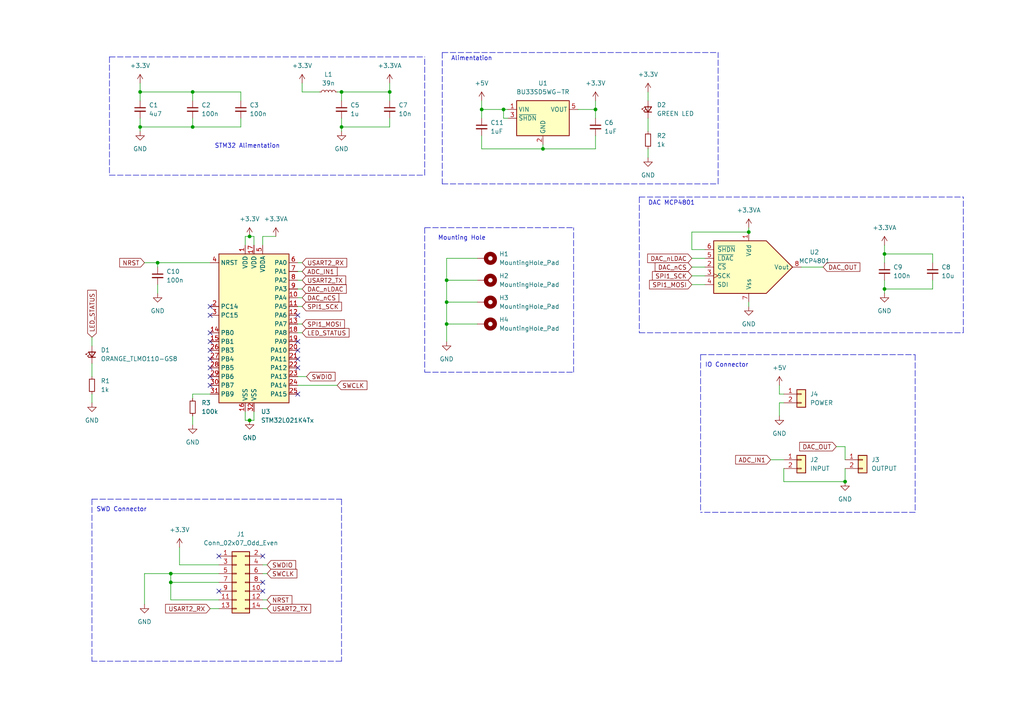
<source format=kicad_sch>
(kicad_sch (version 20211123) (generator eeschema)
  (paper "A4")
  (lib_symbols
    (symbol "Analog_DAC:MCP4801" (pin_names (offset 1.016))
      (property "Reference" "U" (at 1.27 10.795 0))
      (property "Value" "MCP4801" (at 1.27 8.89 0))
      (symbol "MCP4801_0_0"
        (polyline (pts (xy 12.7 0) (xy 5.08 7.62) (xy -10.16 7.62) (xy -10.16 -7.62) (xy 5.08 -7.62) (xy 12.7 0)) (stroke (width 0.254)) (fill (type background)))
      )
      (symbol "MCP4801_1_1"
        (pin power_in line (at 0 10.16 270) (length 2.54) (name "Vdd") (number "1"))
        (pin input line (at -12.7 0 0) (length 2.54) (name "~{CS}") (number "2"))
        (pin input clock (at -12.7 -2.54 0) (length 2.54) (name "SCK") (number "3"))
        (pin input line (at -12.7 -5.08 0) (length 2.54) (name "SDI") (number "4"))
        (pin input line (at -12.7 2.54 0) (length 2.54) (name "~{LDAC}") (number "5"))
        (pin input line (at -12.7 5.08 0) (length 2.54) (name "~{SHDN}") (number "6"))
        (pin power_in line (at 0 -10.16 90) (length 2.54) (name "Vss") (number "7"))
        (pin output line (at 15.24 0 180) (length 2.54) (name "Vout") (number "8"))
      )
    )
    (symbol "Connector_Generic:Conn_01x02" (pin_names (offset 1.016) hide)
      (property "Reference" "J" (at 0 2.54 0))
      (property "Value" "Conn_01x02" (at 0 -5.08 0))
      (symbol "Conn_01x02_1_1"
        (rectangle (start -1.27 -2.413) (end 0 -2.667) (stroke (width 0.1524)))
        (rectangle (start -1.27 0.127) (end 0 -0.127) (stroke (width 0.1524)))
        (rectangle (start -1.27 1.27) (end 1.27 -3.81) (stroke (width 0.254)) (fill (type background)))
        (pin passive line (at -5.08 0 0) (length 3.81) (name "Pin_1") (number "1"))
        (pin passive line (at -5.08 -2.54 0) (length 3.81) (name "Pin_2") (number "2"))
      )
    )
    (symbol "Connector_Generic:Conn_02x07_Odd_Even" (pin_names (offset 1.016) hide)
      (property "Reference" "J" (at 1.27 10.16 0))
      (property "Value" "Conn_02x07_Odd_Even" (at 1.27 -10.16 0))
      (symbol "Conn_02x07_Odd_Even_1_1"
        (rectangle (start -1.27 -7.493) (end 0 -7.747) (stroke (width 0.1524)))
        (rectangle (start -1.27 -4.953) (end 0 -5.207) (stroke (width 0.1524)))
        (rectangle (start -1.27 -2.413) (end 0 -2.667) (stroke (width 0.1524)))
        (rectangle (start -1.27 0.127) (end 0 -0.127) (stroke (width 0.1524)))
        (rectangle (start -1.27 2.667) (end 0 2.413) (stroke (width 0.1524)))
        (rectangle (start -1.27 5.207) (end 0 4.953) (stroke (width 0.1524)))
        (rectangle (start -1.27 7.747) (end 0 7.493) (stroke (width 0.1524)))
        (rectangle (start -1.27 8.89) (end 3.81 -8.89) (stroke (width 0.254)) (fill (type background)))
        (rectangle (start 3.81 -7.493) (end 2.54 -7.747) (stroke (width 0.1524)))
        (rectangle (start 3.81 -4.953) (end 2.54 -5.207) (stroke (width 0.1524)))
        (rectangle (start 3.81 -2.413) (end 2.54 -2.667) (stroke (width 0.1524)))
        (rectangle (start 3.81 0.127) (end 2.54 -0.127) (stroke (width 0.1524)))
        (rectangle (start 3.81 2.667) (end 2.54 2.413) (stroke (width 0.1524)))
        (rectangle (start 3.81 5.207) (end 2.54 4.953) (stroke (width 0.1524)))
        (rectangle (start 3.81 7.747) (end 2.54 7.493) (stroke (width 0.1524)))
        (pin passive line (at -5.08 7.62 0) (length 3.81) (name "Pin_1") (number "1"))
        (pin passive line (at 7.62 -2.54 180) (length 3.81) (name "Pin_10") (number "10"))
        (pin passive line (at -5.08 -5.08 0) (length 3.81) (name "Pin_11") (number "11"))
        (pin passive line (at 7.62 -5.08 180) (length 3.81) (name "Pin_12") (number "12"))
        (pin passive line (at -5.08 -7.62 0) (length 3.81) (name "Pin_13") (number "13"))
        (pin passive line (at 7.62 -7.62 180) (length 3.81) (name "Pin_14") (number "14"))
        (pin passive line (at 7.62 7.62 180) (length 3.81) (name "Pin_2") (number "2"))
        (pin passive line (at -5.08 5.08 0) (length 3.81) (name "Pin_3") (number "3"))
        (pin passive line (at 7.62 5.08 180) (length 3.81) (name "Pin_4") (number "4"))
        (pin passive line (at -5.08 2.54 0) (length 3.81) (name "Pin_5") (number "5"))
        (pin passive line (at 7.62 2.54 180) (length 3.81) (name "Pin_6") (number "6"))
        (pin passive line (at -5.08 0 0) (length 3.81) (name "Pin_7") (number "7"))
        (pin passive line (at 7.62 0 180) (length 3.81) (name "Pin_8") (number "8"))
        (pin passive line (at -5.08 -2.54 0) (length 3.81) (name "Pin_9") (number "9"))
      )
    )
    (symbol "Device:C_Small" (pin_numbers hide) (pin_names (offset 0.254) hide)
      (property "Reference" "C" (at 0.254 1.778 0))
      (property "Value" "C_Small" (at 0.254 -2.032 0))
      (symbol "C_Small_0_1"
        (polyline (pts (xy -1.524 -0.508) (xy 1.524 -0.508)) (stroke (width 0.3302)))
        (polyline (pts (xy -1.524 0.508) (xy 1.524 0.508)) (stroke (width 0.3048)))
      )
      (symbol "C_Small_1_1"
        (pin passive line (at 0 2.54 270) (length 2.032) (name "~") (number "1"))
        (pin passive line (at 0 -2.54 90) (length 2.032) (name "~") (number "2"))
      )
    )
    (symbol "Device:LED_Small" (pin_numbers hide) (pin_names (offset 0.254) hide)
      (property "Reference" "D" (at -1.27 3.175 0))
      (property "Value" "LED_Small" (at -4.445 -2.54 0))
      (symbol "LED_Small_0_1"
        (polyline (pts (xy -0.762 -1.016) (xy -0.762 1.016)) (stroke (width 0.254)))
        (polyline (pts (xy 1.016 0) (xy -0.762 0)))
        (polyline (pts (xy 0.762 -1.016) (xy -0.762 0) (xy 0.762 1.016) (xy 0.762 -1.016)) (stroke (width 0.254)))
        (polyline (pts (xy 0 0.762) (xy -0.508 1.27) (xy -0.254 1.27) (xy -0.508 1.27) (xy -0.508 1.016)))
        (polyline (pts (xy 0.508 1.27) (xy 0 1.778) (xy 0.254 1.778) (xy 0 1.778) (xy 0 1.524)))
      )
      (symbol "LED_Small_1_1"
        (pin passive line (at -2.54 0 0) (length 1.778) (name "K") (number "1"))
        (pin passive line (at 2.54 0 180) (length 1.778) (name "A") (number "2"))
      )
    )
    (symbol "Device:L_Small" (pin_numbers hide) (pin_names (offset 0.254) hide)
      (property "Reference" "L" (at 0.762 1.016 0))
      (property "Value" "L_Small" (at 0.762 -1.016 0))
      (symbol "L_Small_0_1"
        (arc (start 0 -2.032) (mid 0.508 -1.524) (end 0 -1.016))
        (arc (start 0 -1.016) (mid 0.508 -0.508) (end 0 0))
        (arc (start 0 0) (mid 0.508 0.508) (end 0 1.016))
        (arc (start 0 1.016) (mid 0.508 1.524) (end 0 2.032))
      )
      (symbol "L_Small_1_1"
        (pin passive line (at 0 2.54 270) (length 0.508) (name "~") (number "1"))
        (pin passive line (at 0 -2.54 90) (length 0.508) (name "~") (number "2"))
      )
    )
    (symbol "Device:R_Small" (pin_numbers hide) (pin_names (offset 0.254) hide)
      (property "Reference" "R" (at 0.762 0.508 0))
      (property "Value" "R_Small" (at 0.762 -1.016 0))
      (symbol "R_Small_0_1"
        (rectangle (start -0.762 1.778) (end 0.762 -1.778) (stroke (width 0.2032)))
      )
      (symbol "R_Small_1_1"
        (pin passive line (at 0 2.54 270) (length 0.762) (name "~") (number "1"))
        (pin passive line (at 0 -2.54 90) (length 0.762) (name "~") (number "2"))
      )
    )
    (symbol "MCU_ST_STM32L0:STM32L021K4Tx"
      (property "Reference" "U" (at -10.16 21.59 0))
      (property "Value" "STM32L021K4Tx" (at 5.08 21.59 0))
      (symbol "STM32L021K4Tx_0_1"
        (rectangle (start -10.16 -22.86) (end 10.16 20.32) (stroke (width 0.254)) (fill (type background)))
      )
      (symbol "STM32L021K4Tx_1_1"
        (pin power_in line (at -2.54 22.86 270) (length 2.54) (name "VDD") (number "1"))
        (pin bidirectional line (at 12.7 7.62 180) (length 2.54) (name "PA4") (number "10"))
        (pin bidirectional line (at 12.7 5.08 180) (length 2.54) (name "PA5") (number "11"))
        (pin bidirectional line (at 12.7 2.54 180) (length 2.54) (name "PA6") (number "12"))
        (pin bidirectional line (at 12.7 0 180) (length 2.54) (name "PA7") (number "13"))
        (pin bidirectional line (at -12.7 -2.54 0) (length 2.54) (name "PB0") (number "14"))
        (pin bidirectional line (at -12.7 -5.08 0) (length 2.54) (name "PB1") (number "15"))
        (pin power_in line (at -2.54 -25.4 90) (length 2.54) (name "VSS") (number "16"))
        (pin power_in line (at 0 22.86 270) (length 2.54) (name "VDD") (number "17"))
        (pin bidirectional line (at 12.7 -2.54 180) (length 2.54) (name "PA8") (number "18"))
        (pin bidirectional line (at 12.7 -5.08 180) (length 2.54) (name "PA9") (number "19"))
        (pin bidirectional line (at -12.7 5.08 0) (length 2.54) (name "PC14") (number "2"))
        (pin bidirectional line (at 12.7 -7.62 180) (length 2.54) (name "PA10") (number "20"))
        (pin bidirectional line (at 12.7 -10.16 180) (length 2.54) (name "PA11") (number "21"))
        (pin bidirectional line (at 12.7 -12.7 180) (length 2.54) (name "PA12") (number "22"))
        (pin bidirectional line (at 12.7 -15.24 180) (length 2.54) (name "PA13") (number "23"))
        (pin bidirectional line (at 12.7 -17.78 180) (length 2.54) (name "PA14") (number "24"))
        (pin bidirectional line (at 12.7 -20.32 180) (length 2.54) (name "PA15") (number "25"))
        (pin bidirectional line (at -12.7 -7.62 0) (length 2.54) (name "PB3") (number "26"))
        (pin bidirectional line (at -12.7 -10.16 0) (length 2.54) (name "PB4") (number "27"))
        (pin bidirectional line (at -12.7 -12.7 0) (length 2.54) (name "PB5") (number "28"))
        (pin bidirectional line (at -12.7 -15.24 0) (length 2.54) (name "PB6") (number "29"))
        (pin bidirectional line (at -12.7 2.54 0) (length 2.54) (name "PC15") (number "3"))
        (pin bidirectional line (at -12.7 -17.78 0) (length 2.54) (name "PB7") (number "30"))
        (pin bidirectional line (at -12.7 -20.32 0) (length 2.54) (name "PB9") (number "31"))
        (pin power_in line (at 0 -25.4 90) (length 2.54) (name "VSS") (number "32"))
        (pin input line (at -12.7 17.78 0) (length 2.54) (name "NRST") (number "4"))
        (pin power_in line (at 2.54 22.86 270) (length 2.54) (name "VDDA") (number "5"))
        (pin bidirectional line (at 12.7 17.78 180) (length 2.54) (name "PA0") (number "6"))
        (pin bidirectional line (at 12.7 15.24 180) (length 2.54) (name "PA1") (number "7"))
        (pin bidirectional line (at 12.7 12.7 180) (length 2.54) (name "PA2") (number "8"))
        (pin bidirectional line (at 12.7 10.16 180) (length 2.54) (name "PA3") (number "9"))
      )
    )
    (symbol "Mechanical:MountingHole_Pad" (pin_numbers hide) (pin_names (offset 1.016) hide)
      (property "Reference" "H" (at 0 6.35 0))
      (property "Value" "MountingHole_Pad" (at 0 4.445 0))
      (symbol "MountingHole_Pad_0_1"
        (circle (center 0 1.27) (radius 1.27) (stroke (width 1.27)))
      )
      (symbol "MountingHole_Pad_1_1"
        (pin input line (at 0 -2.54 90) (length 2.54) (name "1") (number "1"))
      )
    )
    (symbol "Regulator_Linear:MCP1802x-xx02xOT"
      (property "Reference" "U" (at -6.35 6.35 0))
      (property "Value" "MCP1802x-xx02xOT" (at 0 6.35 0))
      (symbol "MCP1802x-xx02xOT_0_1"
        (rectangle (start -7.62 5.08) (end 7.62 -5.08) (stroke (width 0.254)) (fill (type background)))
      )
      (symbol "MCP1802x-xx02xOT_1_1"
        (pin power_in line (at -10.16 2.54 0) (length 2.54) (name "VIN") (number "1"))
        (pin power_in line (at 0 -7.62 90) (length 2.54) (name "GND") (number "2"))
        (pin input line (at -10.16 0 0) (length 2.54) (name "~{SHDN}") (number "3"))
        (pin no_connect line (at 7.62 0 180) (length 2.54) hide (name "NC") (number "4"))
        (pin power_out line (at 10.16 2.54 180) (length 2.54) (name "VOUT") (number "5"))
      )
    )
    (symbol "power:+3.3V" (power) (pin_names (offset 0))
      (property "Value" "+3.3V" (at 0 3.556 0))
      (symbol "+3.3V_0_1"
        (polyline (pts (xy -0.762 1.27) (xy 0 2.54)))
        (polyline (pts (xy 0 0) (xy 0 2.54)))
        (polyline (pts (xy 0 2.54) (xy 0.762 1.27)))
      )
      (symbol "+3.3V_1_1"
        (pin power_in line (at 0 0 90) (length 0) hide (name "+3.3V") (number "1"))
      )
    )
    (symbol "power:+3.3VA" (power) (pin_names (offset 0))
      (property "Value" "+3.3VA" (at 0 3.556 0))
      (symbol "+3.3VA_0_1"
        (polyline (pts (xy -0.762 1.27) (xy 0 2.54)))
        (polyline (pts (xy 0 0) (xy 0 2.54)))
        (polyline (pts (xy 0 2.54) (xy 0.762 1.27)))
      )
      (symbol "+3.3VA_1_1"
        (pin power_in line (at 0 0 90) (length 0) hide (name "+3.3VA") (number "1"))
      )
    )
    (symbol "power:+5V" (power) (pin_names (offset 0))
      (property "Value" "+5V" (at 0 3.556 0))
      (symbol "+5V_0_1"
        (polyline (pts (xy -0.762 1.27) (xy 0 2.54)))
        (polyline (pts (xy 0 0) (xy 0 2.54)))
        (polyline (pts (xy 0 2.54) (xy 0.762 1.27)))
      )
      (symbol "+5V_1_1"
        (pin power_in line (at 0 0 90) (length 0) hide (name "+5V") (number "1"))
      )
    )
    (symbol "power:GND" (power) (pin_names (offset 0))
      (property "Value" "GND" (at 0 -3.81 0))
      (symbol "GND_0_1"
        (polyline (pts (xy 0 0) (xy 0 -1.27) (xy 1.27 -1.27) (xy 0 -2.54) (xy -1.27 -1.27) (xy 0 -1.27)))
      )
      (symbol "GND_1_1"
        (pin power_in line (at 0 0 270) (length 0) hide (name "GND") (number "1"))
      )
    )
  )
  (junction (at 256.54 73.66))
  (junction (at 129.54 87.63))
  (junction (at 49.53 166.37))
  (junction (at 157.48 43.18))
  (junction (at 55.88 36.83))
  (junction (at 139.7 31.75))
  (junction (at 129.54 81.28))
  (junction (at 49.53 168.91))
  (junction (at 40.64 36.83))
  (junction (at 172.72 31.75))
  (junction (at 45.72 76.2))
  (junction (at 146.05 31.75))
  (junction (at 40.64 26.67))
  (junction (at 256.54 83.82))
  (junction (at 55.88 26.67))
  (junction (at 72.39 68.58))
  (junction (at 99.06 36.83))
  (junction (at 129.54 93.98))
  (junction (at 72.39 121.92))
  (junction (at 217.17 67.31))
  (junction (at 99.06 26.67))
  (junction (at 113.03 26.67))
  (junction (at 245.11 139.7))
  (no_connect (at 63.5 161.29))
  (no_connect (at 60.96 99.06))
  (no_connect (at 60.96 91.44))
  (no_connect (at 60.96 106.68))
  (no_connect (at 76.2 168.91))
  (no_connect (at 60.96 104.14))
  (no_connect (at 63.5 171.45))
  (no_connect (at 86.36 91.44))
  (no_connect (at 86.36 106.68))
  (no_connect (at 86.36 99.06))
  (no_connect (at 60.96 109.22))
  (no_connect (at 86.36 114.3))
  (no_connect (at 60.96 111.76))
  (no_connect (at 60.96 88.9))
  (no_connect (at 86.36 101.6))
  (no_connect (at 76.2 161.29))
  (no_connect (at 60.96 96.52))
  (no_connect (at 60.96 101.6))
  (no_connect (at 76.2 171.45))
  (no_connect (at 86.36 104.14))
  (polyline (pts (xy 26.67 144.78) (xy 26.67 191.77)))
  (wire (pts (xy 71.12 119.38) (xy 71.12 121.92)))
  (wire (pts (xy 200.66 67.31) (xy 217.17 67.31)))
  (wire (pts (xy 76.2 68.58) (xy 80.01 68.58)))
  (polyline (pts (xy 123.19 50.8) (xy 123.19 16.51)))
  (wire (pts (xy 49.53 166.37) (xy 41.91 166.37)))
  (wire (pts (xy 76.2 176.53) (xy 77.47 176.53)))
  (polyline (pts (xy 265.43 148.59) (xy 203.2 148.59)))
  (wire (pts (xy 73.66 68.58) (xy 73.66 71.12)))
  (wire (pts (xy 55.88 114.3) (xy 55.88 115.57)))
  (polyline (pts (xy 185.42 96.52) (xy 279.4 96.52)))
  (wire (pts (xy 76.2 166.37) (xy 77.47 166.37)))
  (wire (pts (xy 45.72 82.55) (xy 45.72 85.09)))
  (wire (pts (xy 73.66 119.38) (xy 73.66 121.92)))
  (wire (pts (xy 138.43 74.93) (xy 129.54 74.93)))
  (polyline (pts (xy 279.4 96.52) (xy 279.4 57.15)))
  (wire (pts (xy 139.7 31.75) (xy 139.7 34.29)))
  (wire (pts (xy 63.5 173.99) (xy 49.53 173.99)))
  (wire (pts (xy 157.48 43.18) (xy 172.72 43.18)))
  (polyline (pts (xy 203.2 102.87) (xy 203.2 148.59)))
  (wire (pts (xy 63.5 166.37) (xy 49.53 166.37)))
  (wire (pts (xy 245.11 139.7) (xy 227.33 139.7)))
  (wire (pts (xy 49.53 173.99) (xy 49.53 168.91)))
  (wire (pts (xy 41.91 76.2) (xy 45.72 76.2)))
  (polyline (pts (xy 203.2 102.87) (xy 265.43 102.87)))
  (wire (pts (xy 26.67 105.41) (xy 26.67 109.22)))
  (wire (pts (xy 86.36 96.52) (xy 87.63 96.52)))
  (wire (pts (xy 40.64 34.29) (xy 40.64 36.83)))
  (wire (pts (xy 73.66 121.92) (xy 72.39 121.92)))
  (wire (pts (xy 200.66 82.55) (xy 204.47 82.55)))
  (polyline (pts (xy 123.19 66.04) (xy 166.37 66.04)))
  (wire (pts (xy 139.7 31.75) (xy 146.05 31.75)))
  (wire (pts (xy 242.57 129.54) (xy 245.11 129.54)))
  (wire (pts (xy 187.96 43.18) (xy 187.96 45.72)))
  (wire (pts (xy 172.72 31.75) (xy 172.72 34.29)))
  (wire (pts (xy 86.36 111.76) (xy 97.79 111.76)))
  (wire (pts (xy 71.12 121.92) (xy 72.39 121.92)))
  (wire (pts (xy 99.06 34.29) (xy 99.06 36.83)))
  (wire (pts (xy 204.47 72.39) (xy 200.66 72.39)))
  (wire (pts (xy 129.54 81.28) (xy 138.43 81.28)))
  (wire (pts (xy 45.72 76.2) (xy 60.96 76.2)))
  (polyline (pts (xy 128.27 53.34) (xy 208.28 53.34)))
  (wire (pts (xy 69.85 26.67) (xy 55.88 26.67)))
  (wire (pts (xy 86.36 88.9) (xy 87.63 88.9)))
  (polyline (pts (xy 185.42 57.15) (xy 185.42 96.52)))
  (wire (pts (xy 52.07 163.83) (xy 52.07 158.75)))
  (wire (pts (xy 40.64 26.67) (xy 40.64 29.21)))
  (wire (pts (xy 76.2 71.12) (xy 76.2 68.58)))
  (wire (pts (xy 139.7 29.21) (xy 139.7 31.75)))
  (wire (pts (xy 226.06 111.76) (xy 226.06 114.3)))
  (wire (pts (xy 270.51 81.28) (xy 270.51 83.82)))
  (wire (pts (xy 129.54 93.98) (xy 129.54 99.06)))
  (wire (pts (xy 40.64 36.83) (xy 40.64 38.1)))
  (polyline (pts (xy 166.37 107.95) (xy 166.37 66.04)))
  (wire (pts (xy 256.54 73.66) (xy 256.54 76.2)))
  (wire (pts (xy 270.51 73.66) (xy 270.51 76.2)))
  (wire (pts (xy 245.11 129.54) (xy 245.11 133.35)))
  (wire (pts (xy 113.03 34.29) (xy 113.03 36.83)))
  (wire (pts (xy 76.2 163.83) (xy 77.47 163.83)))
  (wire (pts (xy 86.36 109.22) (xy 88.9 109.22)))
  (wire (pts (xy 41.91 166.37) (xy 41.91 175.26)))
  (wire (pts (xy 113.03 36.83) (xy 99.06 36.83)))
  (wire (pts (xy 256.54 83.82) (xy 256.54 85.09)))
  (polyline (pts (xy 99.06 191.77) (xy 26.67 191.77)))
  (wire (pts (xy 45.72 76.2) (xy 45.72 77.47)))
  (wire (pts (xy 187.96 34.29) (xy 187.96 38.1)))
  (wire (pts (xy 146.05 31.75) (xy 147.32 31.75)))
  (wire (pts (xy 200.66 80.01) (xy 204.47 80.01)))
  (wire (pts (xy 129.54 74.93) (xy 129.54 81.28)))
  (wire (pts (xy 270.51 83.82) (xy 256.54 83.82)))
  (wire (pts (xy 55.88 36.83) (xy 40.64 36.83)))
  (wire (pts (xy 157.48 43.18) (xy 139.7 43.18)))
  (wire (pts (xy 217.17 87.63) (xy 217.17 88.9)))
  (polyline (pts (xy 31.75 16.51) (xy 123.19 16.51)))
  (wire (pts (xy 86.36 93.98) (xy 87.63 93.98)))
  (wire (pts (xy 227.33 139.7) (xy 227.33 135.89)))
  (wire (pts (xy 172.72 39.37) (xy 172.72 43.18)))
  (polyline (pts (xy 123.19 107.95) (xy 166.37 107.95)))
  (polyline (pts (xy 208.28 53.34) (xy 208.28 15.24)))
  (wire (pts (xy 99.06 36.83) (xy 99.06 38.1)))
  (wire (pts (xy 26.67 97.79) (xy 26.67 100.33)))
  (wire (pts (xy 167.64 31.75) (xy 172.72 31.75)))
  (wire (pts (xy 69.85 36.83) (xy 69.85 34.29)))
  (wire (pts (xy 71.12 68.58) (xy 71.12 71.12)))
  (wire (pts (xy 60.96 176.53) (xy 63.5 176.53)))
  (wire (pts (xy 187.96 26.67) (xy 187.96 29.21)))
  (wire (pts (xy 139.7 39.37) (xy 139.7 43.18)))
  (wire (pts (xy 86.36 81.28) (xy 87.63 81.28)))
  (wire (pts (xy 146.05 34.29) (xy 146.05 31.75)))
  (wire (pts (xy 223.52 133.35) (xy 227.33 133.35)))
  (wire (pts (xy 40.64 24.13) (xy 40.64 26.67)))
  (polyline (pts (xy 26.67 144.78) (xy 99.06 144.78)))
  (wire (pts (xy 86.36 86.36) (xy 87.63 86.36)))
  (wire (pts (xy 55.88 26.67) (xy 55.88 29.21)))
  (wire (pts (xy 129.54 81.28) (xy 129.54 87.63)))
  (wire (pts (xy 113.03 24.13) (xy 113.03 26.67)))
  (wire (pts (xy 69.85 29.21) (xy 69.85 26.67)))
  (polyline (pts (xy 128.27 15.24) (xy 128.27 53.34)))
  (wire (pts (xy 226.06 116.84) (xy 226.06 120.65)))
  (wire (pts (xy 129.54 87.63) (xy 129.54 93.98)))
  (wire (pts (xy 256.54 81.28) (xy 256.54 83.82)))
  (polyline (pts (xy 31.75 50.8) (xy 123.19 50.8)))
  (wire (pts (xy 99.06 26.67) (xy 113.03 26.67)))
  (wire (pts (xy 86.36 78.74) (xy 87.63 78.74)))
  (wire (pts (xy 256.54 71.12) (xy 256.54 73.66)))
  (wire (pts (xy 129.54 93.98) (xy 138.43 93.98)))
  (wire (pts (xy 157.48 41.91) (xy 157.48 43.18)))
  (wire (pts (xy 172.72 29.21) (xy 172.72 31.75)))
  (wire (pts (xy 217.17 66.04) (xy 217.17 67.31)))
  (wire (pts (xy 256.54 73.66) (xy 270.51 73.66)))
  (polyline (pts (xy 99.06 144.78) (xy 99.06 191.77)))
  (wire (pts (xy 55.88 36.83) (xy 69.85 36.83)))
  (wire (pts (xy 26.67 114.3) (xy 26.67 116.84)))
  (wire (pts (xy 63.5 168.91) (xy 49.53 168.91)))
  (wire (pts (xy 55.88 34.29) (xy 55.88 36.83)))
  (wire (pts (xy 227.33 116.84) (xy 226.06 116.84)))
  (wire (pts (xy 232.41 77.47) (xy 238.76 77.47)))
  (polyline (pts (xy 265.43 102.87) (xy 265.43 148.59)))
  (wire (pts (xy 129.54 87.63) (xy 138.43 87.63)))
  (polyline (pts (xy 128.27 15.24) (xy 208.28 15.24)))
  (wire (pts (xy 200.66 72.39) (xy 200.66 67.31)))
  (polyline (pts (xy 31.75 16.51) (xy 31.75 50.8)))
  (wire (pts (xy 200.66 74.93) (xy 204.47 74.93)))
  (wire (pts (xy 86.36 76.2) (xy 87.63 76.2)))
  (wire (pts (xy 55.88 120.65) (xy 55.88 123.19)))
  (wire (pts (xy 226.06 114.3) (xy 227.33 114.3)))
  (polyline (pts (xy 185.42 57.15) (xy 279.4 57.15)))
  (wire (pts (xy 63.5 163.83) (xy 52.07 163.83)))
  (wire (pts (xy 147.32 34.29) (xy 146.05 34.29)))
  (wire (pts (xy 55.88 114.3) (xy 60.96 114.3)))
  (wire (pts (xy 87.63 24.13) (xy 87.63 26.67)))
  (wire (pts (xy 49.53 168.91) (xy 49.53 166.37)))
  (wire (pts (xy 72.39 68.58) (xy 71.12 68.58)))
  (wire (pts (xy 113.03 26.67) (xy 113.03 29.21)))
  (wire (pts (xy 72.39 68.58) (xy 73.66 68.58)))
  (wire (pts (xy 40.64 26.67) (xy 55.88 26.67)))
  (wire (pts (xy 245.11 135.89) (xy 245.11 139.7)))
  (wire (pts (xy 99.06 26.67) (xy 99.06 29.21)))
  (wire (pts (xy 200.66 77.47) (xy 204.47 77.47)))
  (polyline (pts (xy 123.19 66.04) (xy 123.19 107.95)))
  (wire (pts (xy 97.79 26.67) (xy 99.06 26.67)))
  (wire (pts (xy 86.36 83.82) (xy 87.63 83.82)))
  (wire (pts (xy 87.63 26.67) (xy 92.71 26.67)))
  (wire (pts (xy 76.2 173.99) (xy 77.47 173.99)))
  (text "IO Connector\n" (at 204.47 106.68 0) (effects (font (size 1.27 1.27)) (justify left bottom)))
  (text "DAC MCP4801\n" (at 187.96 59.69 0) (effects (font (size 1.27 1.27)) (justify left bottom)))
  (text "Mounting Hole" (at 127 69.85 0) (effects (font (size 1.27 1.27)) (justify left bottom)))
  (text "Alimentation\n" (at 130.81 17.78 0) (effects (font (size 1.27 1.27)) (justify left bottom)))
  (text "SWD Connector" (at 27.94 148.59 0) (effects (font (size 1.27 1.27)) (justify left bottom)))
  (text "STM32 Alimentation" (at 62.23 43.18 0) (effects (font (size 1.27 1.27)) (justify left bottom)))
  (global_label "DAC_nLDAC" (shape input) (at 200.66 74.93 180) (property "Intersheet References" "${INTERSHEET_REFS}" (effects hide)))
  (global_label "SWCLK" (shape input) (at 97.79 111.76 0) (property "Intersheet References" "${INTERSHEET_REFS}" (effects hide)))
  (global_label "SPI1_SCK" (shape input) (at 200.66 80.01 180) (property "Intersheet References" "${INTERSHEET_REFS}" (effects hide)))
  (global_label "SWCLK" (shape input) (at 77.47 166.37 0) (property "Intersheet References" "${INTERSHEET_REFS}" (effects hide)))
  (global_label "DAC_nCS" (shape input) (at 87.63 86.36 0) (property "Intersheet References" "${INTERSHEET_REFS}" (effects hide)))
  (global_label "DAC_nLDAC" (shape input) (at 87.63 83.82 0) (property "Intersheet References" "${INTERSHEET_REFS}" (effects hide)))
  (global_label "LED_STATUS" (shape input) (at 26.67 97.79 90) (property "Intersheet References" "${INTERSHEET_REFS}" (effects hide)))
  (global_label "ADC_IN1" (shape input) (at 223.52 133.35 180) (property "Intersheet References" "${INTERSHEET_REFS}" (effects hide)))
  (global_label "SWDIO" (shape input) (at 77.47 163.83 0) (property "Intersheet References" "${INTERSHEET_REFS}" (effects hide)))
  (global_label "NRST" (shape input) (at 77.47 173.99 0) (property "Intersheet References" "${INTERSHEET_REFS}" (effects hide)))
  (global_label "USART2_RX" (shape input) (at 60.96 176.53 180) (property "Intersheet References" "${INTERSHEET_REFS}" (effects hide)))
  (global_label "USART2_RX" (shape input) (at 87.63 76.2 0) (property "Intersheet References" "${INTERSHEET_REFS}" (effects hide)))
  (global_label "DAC_nCS" (shape input) (at 200.66 77.47 180) (property "Intersheet References" "${INTERSHEET_REFS}" (effects hide)))
  (global_label "DAC_OUT" (shape input) (at 242.57 129.54 180) (property "Intersheet References" "${INTERSHEET_REFS}" (effects hide)))
  (global_label "SWDIO" (shape input) (at 88.9 109.22 0) (property "Intersheet References" "${INTERSHEET_REFS}" (effects hide)))
  (global_label "USART2_TX" (shape input) (at 77.47 176.53 0) (property "Intersheet References" "${INTERSHEET_REFS}" (effects hide)))
  (global_label "LED_STATUS" (shape input) (at 87.63 96.52 0) (property "Intersheet References" "${INTERSHEET_REFS}" (effects hide)))
  (global_label "SPI1_SCK" (shape input) (at 87.63 88.9 0) (property "Intersheet References" "${INTERSHEET_REFS}" (effects hide)))
  (global_label "SPI1_MOSI" (shape input) (at 200.66 82.55 180) (property "Intersheet References" "${INTERSHEET_REFS}" (effects hide)))
  (global_label "ADC_IN1" (shape input) (at 87.63 78.74 0) (property "Intersheet References" "${INTERSHEET_REFS}" (effects hide)))
  (global_label "NRST" (shape input) (at 41.91 76.2 180) (property "Intersheet References" "${INTERSHEET_REFS}" (effects hide)))
  (global_label "SPI1_MOSI" (shape input) (at 87.63 93.98 0) (property "Intersheet References" "${INTERSHEET_REFS}" (effects hide)))
  (global_label "USART2_TX" (shape input) (at 87.63 81.28 0) (property "Intersheet References" "${INTERSHEET_REFS}" (effects hide)))
  (global_label "DAC_OUT" (shape input) (at 238.76 77.47 0) (property "Intersheet References" "${INTERSHEET_REFS}" (effects hide)))
  (symbol (lib_id "power:GND") (at 72.39 121.92 0) (unit 1)
    (property "Reference" "#PWR07" (effects hide))
    (property "Value" "GND" (at 72.39 127 0))
  )
  (symbol (lib_id "Device:C_Small") (at 139.7 36.83 0) (unit 1)
    (property "Reference" "C11" (at 142.24 35.5662 0) (effects (justify left)))
    (property "Value" "1uF" (at 142.24 38.1062 0) (effects (justify left)))
    (property "Footprint" "Capacitor_SMD:C_0805_2012Metric" (effects hide))
  )
  (symbol (lib_id "power:GND") (at 187.96 45.72 0) (unit 1)
    (property "Reference" "#PWR019" (effects hide))
    (property "Value" "GND" (at 187.96 50.8 0))
  )
  (symbol (lib_id "power:GND") (at 26.67 116.84 0) (unit 1)
    (property "Reference" "#PWR01" (effects hide))
    (property "Value" "GND" (at 26.67 121.92 0))
  )
  (symbol (lib_id "Device:R_Small") (at 55.88 118.11 0) (unit 1)
    (property "Reference" "R3" (at 58.42 116.8399 0) (effects (justify left)))
    (property "Value" "100k" (at 58.42 119.3799 0) (effects (justify left)))
    (property "Footprint" "Resistor_SMD:R_0805_2012Metric_Pad1.20x1.40mm_HandSolder" (effects hide))
  )
  (symbol (lib_id "power:+3.3V") (at 87.63 24.13 0) (unit 1)
    (property "Reference" "#PWR09" (effects hide))
    (property "Value" "+3.3V" (at 87.63 19.05 0))
  )
  (symbol (lib_id "power:+3.3V") (at 40.64 24.13 0) (unit 1)
    (property "Reference" "#PWR03" (effects hide))
    (property "Value" "+3.3V" (at 40.64 19.05 0))
  )
  (symbol (lib_id "power:GND") (at 40.64 38.1 0) (unit 1)
    (property "Reference" "#PWR04" (effects hide))
    (property "Value" "GND" (at 40.64 43.18 0))
  )
  (symbol (lib_id "power:GND") (at 217.17 88.9 0) (unit 1)
    (property "Reference" "#PWR016" (effects hide))
    (property "Value" "GND" (at 217.17 93.98 0))
  )
  (symbol (lib_id "power:GND") (at 245.11 139.7 0) (unit 1)
    (property "Reference" "#PWR024" (effects hide))
    (property "Value" "GND" (at 245.11 144.78 0))
  )
  (symbol (lib_id "Mechanical:MountingHole_Pad") (at 140.97 74.93 270) (unit 1)
    (property "Reference" "H1" (at 144.78 73.6599 90) (effects (justify left)))
    (property "Value" "MountingHole_Pad" (at 144.78 76.1999 90) (effects (justify left)))
    (property "Footprint" "MountingHole:MountingHole_3.2mm_M3_Pad" (effects hide))
  )
  (symbol (lib_id "Device:L_Small") (at 95.25 26.67 90) (unit 1)
    (property "Reference" "L1" (at 95.25 21.59 90))
    (property "Value" "39n" (at 95.25 24.13 90))
    (property "Footprint" "Inductor_SMD:L_0805_2012Metric_Pad1.05x1.20mm_HandSolder" (effects hide))
  )
  (symbol (lib_id "power:+5V") (at 226.06 111.76 0) (unit 1)
    (property "Reference" "#PWR022" (effects hide))
    (property "Value" "+5V" (at 226.06 106.68 0))
  )
  (symbol (lib_id "power:GND") (at 45.72 85.09 0) (unit 1)
    (property "Reference" "#PWR02" (effects hide))
    (property "Value" "GND" (at 45.72 90.17 0))
  )
  (symbol (lib_id "power:GND") (at 226.06 120.65 0) (unit 1)
    (property "Reference" "#PWR023" (effects hide))
    (property "Value" "GND" (at 226.06 125.73 0))
  )
  (symbol (lib_id "Device:LED_Small") (at 187.96 31.75 90) (unit 1)
    (property "Reference" "D2" (at 190.5 30.4164 90) (effects (justify right)))
    (property "Value" "GREEN LED" (at 190.5 32.9564 90) (effects (justify right)))
    (property "Footprint" "LED_SMD:LED_0603_1608Metric_Pad1.05x0.95mm_HandSolder" (effects hide))
  )
  (symbol (lib_id "Device:C_Small") (at 256.54 78.74 0) (unit 1)
    (property "Reference" "C9" (at 259.08 77.4762 0) (effects (justify left)))
    (property "Value" "100n" (at 259.08 80.0162 0) (effects (justify left)))
    (property "Footprint" "Capacitor_SMD:C_0805_2012Metric_Pad1.18x1.45mm_HandSolder" (effects hide))
  )
  (symbol (lib_id "Mechanical:MountingHole_Pad") (at 140.97 81.28 270) (unit 1)
    (property "Reference" "H2" (at 144.78 80.0099 90) (effects (justify left)))
    (property "Value" "MountingHole_Pad" (at 144.78 82.5499 90) (effects (justify left)))
    (property "Footprint" "MountingHole:MountingHole_3.2mm_M3_Pad" (effects hide))
  )
  (symbol (lib_id "Device:C_Small") (at 45.72 80.01 0) (unit 1)
    (property "Reference" "C10" (at 48.26 78.7462 0) (effects (justify left)))
    (property "Value" "100n" (at 48.26 81.2862 0) (effects (justify left)))
    (property "Footprint" "Capacitor_SMD:C_0805_2012Metric_Pad1.18x1.45mm_HandSolder" (effects hide))
  )
  (symbol (lib_id "power:+3.3V") (at 72.39 68.58 0) (unit 1)
    (property "Reference" "#PWR06" (effects hide))
    (property "Value" "+3.3V" (at 72.39 63.5 0))
  )
  (symbol (lib_id "Device:C_Small") (at 113.03 31.75 0) (unit 1)
    (property "Reference" "C7" (at 115.57 30.4862 0) (effects (justify left)))
    (property "Value" "10n" (at 115.57 33.0262 0) (effects (justify left)))
    (property "Footprint" "Capacitor_SMD:C_0805_2012Metric_Pad1.18x1.45mm_HandSolder" (effects hide))
  )
  (symbol (lib_id "power:+3.3VA") (at 113.03 24.13 0) (unit 1)
    (property "Reference" "#PWR011" (effects hide))
    (property "Value" "+3.3VA" (at 113.03 19.05 0))
  )
  (symbol (lib_id "power:+3.3VA") (at 80.01 68.58 0) (unit 1)
    (property "Reference" "#PWR08" (effects hide))
    (property "Value" "+3.3VA" (at 80.01 63.5 0))
  )
  (symbol (lib_id "Device:C_Small") (at 40.64 31.75 0) (unit 1)
    (property "Reference" "C1" (at 43.18 30.4862 0) (effects (justify left)))
    (property "Value" "4u7" (at 43.18 33.0262 0) (effects (justify left)))
    (property "Footprint" "Capacitor_SMD:C_0805_2012Metric_Pad1.18x1.45mm_HandSolder" (effects hide))
  )
  (symbol (lib_id "Connector_Generic:Conn_01x02") (at 250.19 133.35 0) (unit 1)
    (property "Reference" "J3" (at 252.73 133.3499 0) (effects (justify left)))
    (property "Value" "OUTPUT" (at 252.73 135.8899 0) (effects (justify left)))
    (property "Footprint" "Connector_JST:JST_XH_B2B-XH-A_1x02_P2.50mm_Vertical" (effects hide))
  )
  (symbol (lib_id "power:GND") (at 55.88 123.19 0) (unit 1)
    (property "Reference" "#PWR05" (effects hide))
    (property "Value" "GND" (at 55.88 128.27 0))
  )
  (symbol (lib_id "Device:C_Small") (at 69.85 31.75 0) (unit 1)
    (property "Reference" "C3" (at 72.39 30.4862 0) (effects (justify left)))
    (property "Value" "100n" (at 72.39 33.0262 0) (effects (justify left)))
    (property "Footprint" "Capacitor_SMD:C_0805_2012Metric_Pad1.18x1.45mm_HandSolder" (effects hide))
  )
  (symbol (lib_id "Connector_Generic:Conn_01x02") (at 232.41 133.35 0) (unit 1)
    (property "Reference" "J2" (at 234.95 133.3499 0) (effects (justify left)))
    (property "Value" "INPUT" (at 234.95 135.8899 0) (effects (justify left)))
    (property "Footprint" "Connector_JST:JST_XH_B2B-XH-A_1x02_P2.50mm_Vertical" (effects hide))
  )
  (symbol (lib_id "power:+3.3V") (at 52.07 158.75 0) (unit 1)
    (property "Reference" "#PWR014" (effects hide))
    (property "Value" "+3.3V" (at 52.07 153.67 0))
  )
  (symbol (lib_id "Device:R_Small") (at 187.96 40.64 0) (unit 1)
    (property "Reference" "R2" (at 190.5 39.3699 0) (effects (justify left)))
    (property "Value" "1k" (at 190.5 41.9099 0) (effects (justify left)))
    (property "Footprint" "Resistor_SMD:R_0805_2012Metric_Pad1.20x1.40mm_HandSolder" (effects hide))
  )
  (symbol (lib_id "power:GND") (at 99.06 38.1 0) (unit 1)
    (property "Reference" "#PWR010" (effects hide))
    (property "Value" "GND" (at 99.06 43.18 0))
  )
  (symbol (lib_id "Device:C_Small") (at 172.72 36.83 0) (unit 1)
    (property "Reference" "C6" (at 175.26 35.5662 0) (effects (justify left)))
    (property "Value" "1uF" (at 175.26 38.1062 0) (effects (justify left)))
    (property "Footprint" "Capacitor_SMD:C_0805_2012Metric" (effects hide))
  )
  (symbol (lib_id "Connector_Generic:Conn_01x02") (at 232.41 114.3 0) (unit 1)
    (property "Reference" "J4" (at 234.95 114.2999 0) (effects (justify left)))
    (property "Value" "POWER" (at 234.95 116.8399 0) (effects (justify left)))
    (property "Footprint" "Connector_JST:JST_XH_B2B-XH-A_1x02_P2.50mm_Vertical" (effects hide))
  )
  (symbol (lib_id "Device:C_Small") (at 99.06 31.75 0) (unit 1)
    (property "Reference" "C5" (at 101.6 30.4862 0) (effects (justify left)))
    (property "Value" "1u" (at 101.6 33.0262 0) (effects (justify left)))
    (property "Footprint" "Capacitor_SMD:C_0805_2012Metric_Pad1.18x1.45mm_HandSolder" (effects hide))
  )
  (symbol (lib_id "Analog_DAC:MCP4801") (at 217.17 77.47 0) (unit 1)
    (property "Reference" "U2" (at 236.22 73.1393 0))
    (property "Value" "MCP4801" (at 236.22 75.6793 0))
    (property "Footprint" "Package_SO:SOIC-8_3.9x4.9mm_P1.27mm" (effects hide))
    (property "Datasheet" "http://ww1.microchip.com/downloads/en/DeviceDoc/22244B.pdf" (effects hide))
  )
  (symbol (lib_id "Connector_Generic:Conn_02x07_Odd_Even") (at 68.58 168.91 0) (unit 1)
    (property "Reference" "J1" (at 69.85 154.94 0))
    (property "Value" "Conn_02x07_Odd_Even" (at 69.85 157.48 0))
    (property "Footprint" "Connector_PinHeader_1.27mm:PinHeader_2x07_P1.27mm_Vertical_SMD" (effects hide))
  )
  (symbol (lib_id "power:+3.3VA") (at 217.17 66.04 0) (unit 1)
    (property "Reference" "#PWR015" (effects hide))
    (property "Value" "+3.3VA" (at 217.17 60.96 0))
  )
  (symbol (lib_id "power:GND") (at 256.54 85.09 0) (unit 1)
    (property "Reference" "#PWR021" (effects hide))
    (property "Value" "GND" (at 256.54 90.17 0))
  )
  (symbol (lib_id "power:GND") (at 129.54 99.06 0) (unit 1)
    (property "Reference" "#PWR0101" (effects hide))
    (property "Value" "GND" (at 129.54 104.14 0))
  )
  (symbol (lib_id "power:+5V") (at 139.7 29.21 0) (unit 1)
    (property "Reference" "#PWR013" (effects hide))
    (property "Value" "+5V" (at 139.7 24.13 0))
  )
  (symbol (lib_id "Device:C_Small") (at 55.88 31.75 0) (unit 1)
    (property "Reference" "C2" (at 58.42 30.4862 0) (effects (justify left)))
    (property "Value" "100n" (at 58.42 33.0262 0) (effects (justify left)))
    (property "Footprint" "Capacitor_SMD:C_0805_2012Metric_Pad1.18x1.45mm_HandSolder" (effects hide))
  )
  (symbol (lib_id "power:+3.3V") (at 172.72 29.21 0) (unit 1)
    (property "Reference" "#PWR017" (effects hide))
    (property "Value" "+3.3V" (at 172.72 24.13 0))
  )
  (symbol (lib_id "Mechanical:MountingHole_Pad") (at 140.97 93.98 270) (unit 1)
    (property "Reference" "H4" (at 144.78 92.7099 90) (effects (justify left)))
    (property "Value" "MountingHole_Pad" (at 144.78 95.2499 90) (effects (justify left)))
    (property "Footprint" "MountingHole:MountingHole_3.2mm_M3_Pad" (effects hide))
  )
  (symbol (lib_id "Device:LED_Small") (at 26.67 102.87 90) (unit 1)
    (property "Reference" "D1" (at 29.21 101.5364 90) (effects (justify right)))
    (property "Value" "ORANGE_TLMO110-GS8" (at 29.21 104.0764 90) (effects (justify right)))
    (property "Footprint" "LED_SMD:LED_0603_1608Metric_Pad1.05x0.95mm_HandSolder" (effects hide))
  )
  (symbol (lib_id "power:+3.3V") (at 187.96 26.67 0) (unit 1)
    (property "Reference" "#PWR018" (effects hide))
    (property "Value" "+3.3V" (at 187.96 21.59 0))
  )
  (symbol (lib_id "MCU_ST_STM32L0:STM32L021K4Tx") (at 73.66 93.98 0) (unit 1)
    (property "Reference" "U3" (at 75.6794 119.38 0) (effects (justify left)))
    (property "Value" "STM32L021K4Tx" (at 75.6794 121.92 0) (effects (justify left)))
    (property "Footprint" "Package_QFP:LQFP-32_7x7mm_P0.8mm" (effects hide))
    (property "Datasheet" "http://www.st.com/st-web-ui/static/active/en/resource/technical/document/datasheet/DM00206858.pdf" (effects hide))
  )
  (symbol (lib_id "Regulator_Linear:MCP1802x-xx02xOT") (at 157.48 34.29 0) (unit 1)
    (property "Reference" "U1" (at 157.48 24.13 0))
    (property "Value" "BU33SD5WG-TR" (at 157.48 26.67 0))
    (property "Footprint" "Package_TO_SOT_SMD:SOT-23-5" (effects hide))
    (property "Datasheet" "http://ww1.microchip.com/downloads/en/DeviceDoc/22053C.pdf" (effects hide))
  )
  (symbol (lib_id "Device:C_Small") (at 270.51 78.74 0) (unit 1)
    (property "Reference" "C8" (at 273.05 77.4762 0) (effects (justify left)))
    (property "Value" "10u" (at 273.05 80.0162 0) (effects (justify left)))
    (property "Footprint" "Capacitor_SMD:C_0805_2012Metric" (effects hide))
  )
  (symbol (lib_id "Mechanical:MountingHole_Pad") (at 140.97 87.63 270) (unit 1)
    (property "Reference" "H3" (at 144.78 86.3599 90) (effects (justify left)))
    (property "Value" "MountingHole_Pad" (at 144.78 88.8999 90) (effects (justify left)))
    (property "Footprint" "MountingHole:MountingHole_3.2mm_M3_Pad" (effects hide))
  )
  (symbol (lib_id "Device:R_Small") (at 26.67 111.76 0) (unit 1)
    (property "Reference" "R1" (at 29.21 110.4899 0) (effects (justify left)))
    (property "Value" "1k" (at 29.21 113.0299 0) (effects (justify left)))
    (property "Footprint" "Resistor_SMD:R_0805_2012Metric_Pad1.20x1.40mm_HandSolder" (effects hide))
  )
  (symbol (lib_id "power:GND") (at 41.91 175.26 0) (unit 1)
    (property "Reference" "#PWR012" (effects hide))
    (property "Value" "GND" (at 41.91 180.34 0))
  )
  (symbol (lib_id "power:+3.3VA") (at 256.54 71.12 0) (unit 1)
    (property "Reference" "#PWR020" (effects hide))
    (property "Value" "+3.3VA" (at 256.54 66.04 0))
  )
)
</source>
